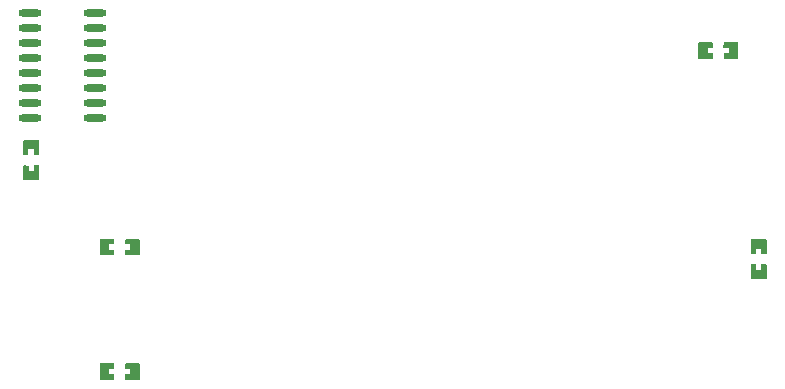
<source format=gbp>
G04 Layer: BottomPasteMaskLayer*
G04 EasyEDA v6.5.47, 2024-09-12 04:01:22*
G04 8c6c83d31be245b591d831e4eff4e06b,65b0a26063cb4300b6f9becee83ce362,10*
G04 Gerber Generator version 0.2*
G04 Scale: 100 percent, Rotated: No, Reflected: No *
G04 Dimensions in millimeters *
G04 leading zeros omitted , absolute positions ,4 integer and 5 decimal *
%FSLAX45Y45*%
%MOMM*%

%ADD10O,1.9709892X0.6020054*%

%LPD*%
G36*
X6971792Y-2725572D02*
G01*
X6966813Y-2730601D01*
X6966813Y-2845612D01*
X6971792Y-2850591D01*
X7012787Y-2851099D01*
X7012787Y-2806090D01*
X7057796Y-2806090D01*
X7057796Y-2850083D01*
X7099808Y-2850591D01*
X7104786Y-2845612D01*
X7104786Y-2730601D01*
X7099808Y-2725572D01*
G37*
G36*
X6971792Y-2940608D02*
G01*
X6966813Y-2945587D01*
X6966813Y-3060598D01*
X6971792Y-3065576D01*
X7099808Y-3065576D01*
X7104786Y-3060598D01*
X7104786Y-2945587D01*
X7099808Y-2940608D01*
X7057796Y-2940608D01*
X7057796Y-2985109D01*
X7012787Y-2985109D01*
X7012787Y-2941116D01*
G37*
G36*
X899312Y-2102408D02*
G01*
X899312Y-2147417D01*
X854303Y-2147417D01*
X854303Y-2103374D01*
X812292Y-2102916D01*
X807313Y-2107895D01*
X807313Y-2222906D01*
X812292Y-2227884D01*
X940308Y-2227884D01*
X945286Y-2222906D01*
X945286Y-2107895D01*
X940308Y-2102916D01*
G37*
G36*
X812292Y-1886915D02*
G01*
X807313Y-1891893D01*
X807313Y-2006904D01*
X812292Y-2011883D01*
X853287Y-2012391D01*
X853287Y-1967382D01*
X898296Y-1967382D01*
X898296Y-2011425D01*
X940308Y-2011883D01*
X945286Y-2006904D01*
X945286Y-1891893D01*
X940308Y-1886915D01*
G37*
G36*
X1460093Y-2725013D02*
G01*
X1455115Y-2729992D01*
X1455115Y-2858008D01*
X1460093Y-2862986D01*
X1575104Y-2862986D01*
X1580083Y-2858008D01*
X1580591Y-2817012D01*
X1535582Y-2817012D01*
X1535582Y-2772003D01*
X1579626Y-2772003D01*
X1580083Y-2729992D01*
X1575104Y-2725013D01*
G37*
G36*
X1676095Y-2725013D02*
G01*
X1671116Y-2729992D01*
X1670608Y-2770987D01*
X1715617Y-2770987D01*
X1715617Y-2815996D01*
X1671574Y-2815996D01*
X1671116Y-2858008D01*
X1676095Y-2862986D01*
X1791106Y-2862986D01*
X1796084Y-2858008D01*
X1796084Y-2729992D01*
X1791106Y-2725013D01*
G37*
G36*
X1460093Y-3779113D02*
G01*
X1455115Y-3784092D01*
X1455115Y-3912108D01*
X1460093Y-3917086D01*
X1575104Y-3917086D01*
X1580083Y-3912108D01*
X1580591Y-3871112D01*
X1535582Y-3871112D01*
X1535582Y-3826103D01*
X1579626Y-3826103D01*
X1580083Y-3784092D01*
X1575104Y-3779113D01*
G37*
G36*
X1676095Y-3779113D02*
G01*
X1671116Y-3784092D01*
X1670608Y-3825087D01*
X1715617Y-3825087D01*
X1715617Y-3870096D01*
X1671574Y-3870096D01*
X1671116Y-3912108D01*
X1676095Y-3917086D01*
X1791106Y-3917086D01*
X1796084Y-3912108D01*
X1796084Y-3784092D01*
X1791106Y-3779113D01*
G37*
G36*
X6743395Y-1061313D02*
G01*
X6738416Y-1066292D01*
X6737908Y-1107287D01*
X6782917Y-1107287D01*
X6782917Y-1152296D01*
X6738874Y-1152296D01*
X6738416Y-1194308D01*
X6743395Y-1199286D01*
X6858406Y-1199286D01*
X6863384Y-1194308D01*
X6863384Y-1066292D01*
X6858406Y-1061313D01*
G37*
G36*
X6527393Y-1061313D02*
G01*
X6522415Y-1066292D01*
X6522415Y-1194308D01*
X6527393Y-1199286D01*
X6642404Y-1199286D01*
X6647383Y-1194308D01*
X6647891Y-1153312D01*
X6602882Y-1153312D01*
X6602882Y-1108303D01*
X6646925Y-1108303D01*
X6647383Y-1066292D01*
X6642404Y-1061313D01*
G37*
D10*
G01*
X1416557Y-812800D03*
G01*
X1416557Y-939800D03*
G01*
X1416557Y-1066800D03*
G01*
X1416557Y-1193800D03*
G01*
X1416557Y-1320800D03*
G01*
X1416557Y-1447800D03*
G01*
X1416557Y-1574800D03*
G01*
X1416557Y-1701800D03*
G01*
X869442Y-812800D03*
G01*
X869442Y-939800D03*
G01*
X869442Y-1066800D03*
G01*
X869442Y-1193800D03*
G01*
X869442Y-1320800D03*
G01*
X869442Y-1447800D03*
G01*
X869442Y-1574800D03*
G01*
X869442Y-1701800D03*
M02*

</source>
